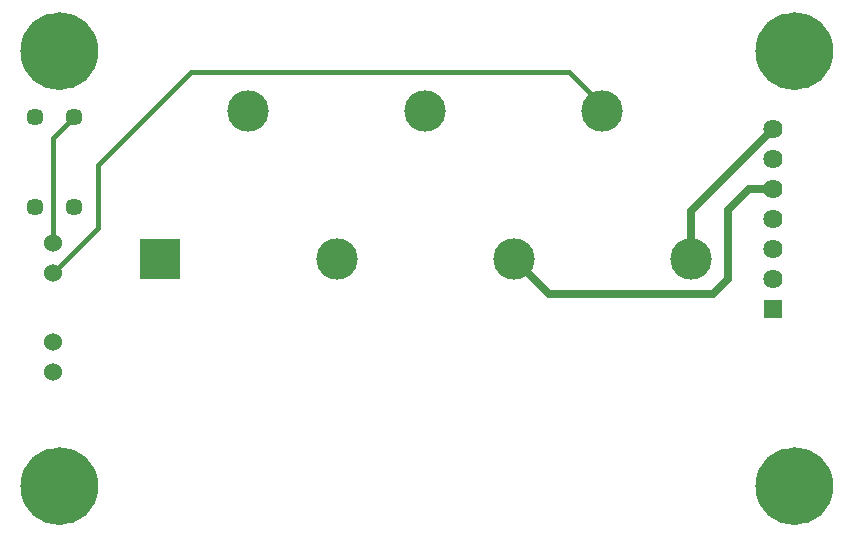
<source format=gbl>
G04*
G04 #@! TF.GenerationSoftware,Altium Limited,Altium Designer,19.0.15 (446)*
G04*
G04 Layer_Physical_Order=2*
G04 Layer_Color=16711680*
%FSLAX25Y25*%
%MOIN*%
G70*
G01*
G75*
%ADD13C,0.01500*%
%ADD24C,0.04724*%
%ADD25C,0.02500*%
%ADD26C,0.17323*%
%ADD27C,0.13780*%
%ADD28R,0.13780X0.13780*%
%ADD29C,0.06000*%
%ADD30C,0.06400*%
%ADD31R,0.06400X0.06400*%
%ADD32C,0.05700*%
%ADD33C,0.02362*%
D13*
X190000Y158000D02*
X201055Y146945D01*
X64000Y158000D02*
X190000D01*
X33000Y127000D02*
X64000Y158000D01*
X33000Y106000D02*
Y127000D01*
X18000Y91000D02*
X33000Y106000D01*
X18000Y101000D02*
Y136000D01*
X25000Y143000D01*
X201055Y145000D02*
Y146945D01*
D24*
X275637Y20000D02*
G03*
X275637Y20000I-10637J0D01*
G01*
X30637Y165000D02*
G03*
X30637Y165000I-10637J0D01*
G01*
Y20000D02*
G03*
X30637Y20000I-10637J0D01*
G01*
X275637Y165000D02*
G03*
X275637Y165000I-10637J0D01*
G01*
D25*
X230583Y95787D02*
Y111583D01*
X258000Y139000D01*
X238000Y84000D02*
X243000Y89000D01*
X183315Y84000D02*
X238000D01*
X171528Y95787D02*
X183315Y84000D01*
X243000Y112000D02*
X250000Y119000D01*
X243000Y89000D02*
Y112000D01*
X250000Y119000D02*
X258000D01*
D26*
X265000Y20000D02*
D03*
X20000Y165000D02*
D03*
Y20000D02*
D03*
X265000Y165000D02*
D03*
D27*
X230583Y95787D02*
D03*
X201055Y145000D02*
D03*
X171528Y95787D02*
D03*
X142000Y145000D02*
D03*
X112472Y95787D02*
D03*
X82945Y145000D02*
D03*
D28*
X53417Y95787D02*
D03*
D29*
X18000Y101000D02*
D03*
Y91000D02*
D03*
Y68000D02*
D03*
Y58000D02*
D03*
D30*
X258000Y139000D02*
D03*
Y129000D02*
D03*
Y119000D02*
D03*
Y109000D02*
D03*
Y89000D02*
D03*
Y99000D02*
D03*
D31*
Y79000D02*
D03*
D32*
X25000Y113000D02*
D03*
Y143000D02*
D03*
X12000Y113000D02*
D03*
Y143000D02*
D03*
D33*
X256339Y20000D02*
D03*
X258875Y13875D02*
D03*
X265000Y11339D02*
D03*
X271125Y13875D02*
D03*
X273661Y20000D02*
D03*
X271125Y26125D02*
D03*
X265000Y28661D02*
D03*
X258875Y26125D02*
D03*
X26125Y158876D02*
D03*
X20000Y156339D02*
D03*
X13875Y158876D02*
D03*
X11339Y165000D02*
D03*
X13875Y171124D02*
D03*
X20000Y173661D02*
D03*
X26125Y171124D02*
D03*
X28661Y165000D02*
D03*
X20000Y28661D02*
D03*
X13875Y26125D02*
D03*
X11339Y20000D02*
D03*
X13875Y13875D02*
D03*
X20000Y11339D02*
D03*
X26125Y13875D02*
D03*
X28661Y20000D02*
D03*
X26125Y26125D02*
D03*
X271125Y171124D02*
D03*
X273661Y165000D02*
D03*
X271125Y158876D02*
D03*
X265000Y156339D02*
D03*
X258875Y158876D02*
D03*
X256339Y165000D02*
D03*
X258875Y171124D02*
D03*
X265000Y173661D02*
D03*
M02*

</source>
